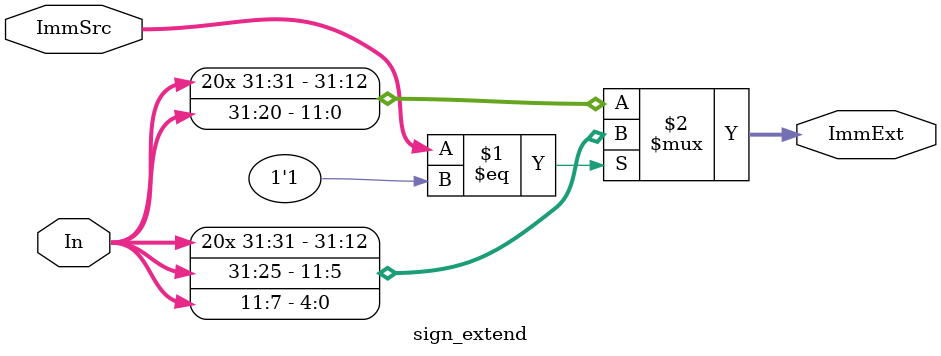
<source format=v>
module sign_extend(

input [1:0]ImmSrc,
input [31:0]In,

output [31:0]ImmExt


);


assign ImmExt = (ImmSrc == 1'b1) ? ({{20{In[31]}},In[31:25],In[11:7]}) : {{20{In[31]}},In[31:20]};







endmodule

</source>
